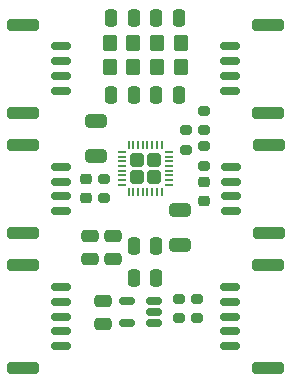
<source format=gtp>
G04 #@! TF.GenerationSoftware,KiCad,Pcbnew,8.0.1*
G04 #@! TF.CreationDate,2024-09-18T22:43:32-06:00*
G04 #@! TF.ProjectId,semg,73656d67-2e6b-4696-9361-645f70636258,rev?*
G04 #@! TF.SameCoordinates,Original*
G04 #@! TF.FileFunction,Paste,Top*
G04 #@! TF.FilePolarity,Positive*
%FSLAX46Y46*%
G04 Gerber Fmt 4.6, Leading zero omitted, Abs format (unit mm)*
G04 Created by KiCad (PCBNEW 8.0.1) date 2024-09-18 22:43:32*
%MOMM*%
%LPD*%
G01*
G04 APERTURE LIST*
G04 Aperture macros list*
%AMRoundRect*
0 Rectangle with rounded corners*
0 $1 Rounding radius*
0 $2 $3 $4 $5 $6 $7 $8 $9 X,Y pos of 4 corners*
0 Add a 4 corners polygon primitive as box body*
4,1,4,$2,$3,$4,$5,$6,$7,$8,$9,$2,$3,0*
0 Add four circle primitives for the rounded corners*
1,1,$1+$1,$2,$3*
1,1,$1+$1,$4,$5*
1,1,$1+$1,$6,$7*
1,1,$1+$1,$8,$9*
0 Add four rect primitives between the rounded corners*
20,1,$1+$1,$2,$3,$4,$5,0*
20,1,$1+$1,$4,$5,$6,$7,0*
20,1,$1+$1,$6,$7,$8,$9,0*
20,1,$1+$1,$8,$9,$2,$3,0*%
G04 Aperture macros list end*
%ADD10RoundRect,0.250000X-0.335000X0.335000X-0.335000X-0.335000X0.335000X-0.335000X0.335000X0.335000X0*%
%ADD11RoundRect,0.050000X-0.050000X0.300000X-0.050000X-0.300000X0.050000X-0.300000X0.050000X0.300000X0*%
%ADD12RoundRect,0.050000X-0.300000X0.050000X-0.300000X-0.050000X0.300000X-0.050000X0.300000X0.050000X0*%
%ADD13RoundRect,0.150000X-0.700000X0.150000X-0.700000X-0.150000X0.700000X-0.150000X0.700000X0.150000X0*%
%ADD14RoundRect,0.250000X-1.100000X0.250000X-1.100000X-0.250000X1.100000X-0.250000X1.100000X0.250000X0*%
%ADD15RoundRect,0.225000X0.250000X-0.225000X0.250000X0.225000X-0.250000X0.225000X-0.250000X-0.225000X0*%
%ADD16RoundRect,0.250000X-0.350000X-0.450000X0.350000X-0.450000X0.350000X0.450000X-0.350000X0.450000X0*%
%ADD17RoundRect,0.200000X-0.275000X0.200000X-0.275000X-0.200000X0.275000X-0.200000X0.275000X0.200000X0*%
%ADD18RoundRect,0.150000X0.512500X0.150000X-0.512500X0.150000X-0.512500X-0.150000X0.512500X-0.150000X0*%
%ADD19RoundRect,0.250000X-0.475000X0.250000X-0.475000X-0.250000X0.475000X-0.250000X0.475000X0.250000X0*%
%ADD20RoundRect,0.250000X-0.250000X-0.475000X0.250000X-0.475000X0.250000X0.475000X-0.250000X0.475000X0*%
%ADD21RoundRect,0.200000X0.275000X-0.200000X0.275000X0.200000X-0.275000X0.200000X-0.275000X-0.200000X0*%
%ADD22RoundRect,0.150000X0.700000X-0.150000X0.700000X0.150000X-0.700000X0.150000X-0.700000X-0.150000X0*%
%ADD23RoundRect,0.250000X1.100000X-0.250000X1.100000X0.250000X-1.100000X0.250000X-1.100000X-0.250000X0*%
%ADD24RoundRect,0.250000X0.250000X0.475000X-0.250000X0.475000X-0.250000X-0.475000X0.250000X-0.475000X0*%
%ADD25RoundRect,0.225000X-0.250000X0.225000X-0.250000X-0.225000X0.250000X-0.225000X0.250000X0.225000X0*%
%ADD26RoundRect,0.250000X-0.650000X0.325000X-0.650000X-0.325000X0.650000X-0.325000X0.650000X0.325000X0*%
%ADD27RoundRect,0.250000X0.350000X0.450000X-0.350000X0.450000X-0.350000X-0.450000X0.350000X-0.450000X0*%
%ADD28RoundRect,0.250000X0.650000X-0.325000X0.650000X0.325000X-0.650000X0.325000X-0.650000X-0.325000X0*%
G04 APERTURE END LIST*
D10*
X67075000Y-32772500D03*
X65625000Y-32772500D03*
X67075000Y-34222500D03*
X65625000Y-34222500D03*
D11*
X67750000Y-31497500D03*
X67350000Y-31497500D03*
X66950000Y-31497500D03*
X66550000Y-31497500D03*
X66150000Y-31497500D03*
X65750000Y-31497500D03*
X65350000Y-31497500D03*
X64950000Y-31497500D03*
D12*
X64350000Y-32097500D03*
X64350000Y-32497500D03*
X64350000Y-32897500D03*
X64350000Y-33297500D03*
X64350000Y-33697500D03*
X64350000Y-34097500D03*
X64350000Y-34497500D03*
X64350000Y-34897500D03*
D11*
X64950000Y-35497500D03*
X65350000Y-35497500D03*
X65750000Y-35497500D03*
X66150000Y-35497500D03*
X66550000Y-35497500D03*
X66950000Y-35497500D03*
X67350000Y-35497500D03*
X67750000Y-35497500D03*
D12*
X68350000Y-34897500D03*
X68350000Y-34497500D03*
X68350000Y-34097500D03*
X68350000Y-33697500D03*
X68350000Y-33297500D03*
X68350000Y-32897500D03*
X68350000Y-32497500D03*
X68350000Y-32097500D03*
D13*
X59200000Y-43550000D03*
X59200000Y-44800000D03*
X59200000Y-46050000D03*
X59200000Y-47300000D03*
X59200000Y-48550000D03*
D14*
X56000000Y-41700000D03*
X56000000Y-50400000D03*
D15*
X71350000Y-36225000D03*
X71350000Y-34675000D03*
D16*
X63350000Y-22850000D03*
X65350000Y-22850000D03*
D17*
X69850000Y-30275000D03*
X69850000Y-31925000D03*
D18*
X67075000Y-46600000D03*
X67075000Y-45650000D03*
X67075000Y-44700000D03*
X64800000Y-44700000D03*
X64800000Y-46600000D03*
D19*
X63650000Y-39250000D03*
X63650000Y-41150000D03*
D16*
X63350000Y-24950000D03*
X65350000Y-24950000D03*
D20*
X67300000Y-27250000D03*
X69200000Y-27250000D03*
D17*
X70750000Y-44550000D03*
X70750000Y-46200000D03*
D21*
X71350000Y-30275000D03*
X71350000Y-28625000D03*
D22*
X73550000Y-48550000D03*
X73550000Y-47300000D03*
X73550000Y-46050000D03*
X73550000Y-44800000D03*
X73550000Y-43550000D03*
D23*
X76750000Y-50400000D03*
X76750000Y-41700000D03*
D19*
X62750000Y-44750000D03*
X62750000Y-46650000D03*
D17*
X69250000Y-44550000D03*
X69250000Y-46200000D03*
D22*
X73550000Y-26925000D03*
X73550000Y-25675000D03*
X73550000Y-24425000D03*
X73550000Y-23175000D03*
D23*
X76750000Y-28775000D03*
X76750000Y-21325000D03*
D20*
X63500000Y-27250000D03*
X65400000Y-27250000D03*
D13*
X59200000Y-33375000D03*
X59200000Y-34625000D03*
X59200000Y-35875000D03*
X59200000Y-37125000D03*
D14*
X56000000Y-31525000D03*
X56000000Y-38975000D03*
D24*
X65400000Y-20750000D03*
X63500000Y-20750000D03*
X69200000Y-20750000D03*
X67300000Y-20750000D03*
D25*
X61350000Y-34425000D03*
X61350000Y-35975000D03*
D19*
X61650000Y-39250000D03*
X61650000Y-41150000D03*
D20*
X65400000Y-42750000D03*
X67300000Y-42750000D03*
D26*
X69300000Y-37025000D03*
X69300000Y-39975000D03*
D13*
X59200000Y-23175000D03*
X59200000Y-24425000D03*
X59200000Y-25675000D03*
X59200000Y-26925000D03*
D14*
X56000000Y-21325000D03*
X56000000Y-28775000D03*
D27*
X69350000Y-24950000D03*
X67350000Y-24950000D03*
D22*
X73600000Y-37125000D03*
X73600000Y-35875000D03*
X73600000Y-34625000D03*
X73600000Y-33375000D03*
D23*
X76800000Y-38975000D03*
X76800000Y-31525000D03*
D17*
X71350000Y-31625000D03*
X71350000Y-33275000D03*
X62900000Y-34375000D03*
X62900000Y-36025000D03*
D24*
X67300000Y-40050000D03*
X65400000Y-40050000D03*
D27*
X69350000Y-22850000D03*
X67350000Y-22850000D03*
D28*
X62150000Y-32425000D03*
X62150000Y-29475000D03*
M02*

</source>
